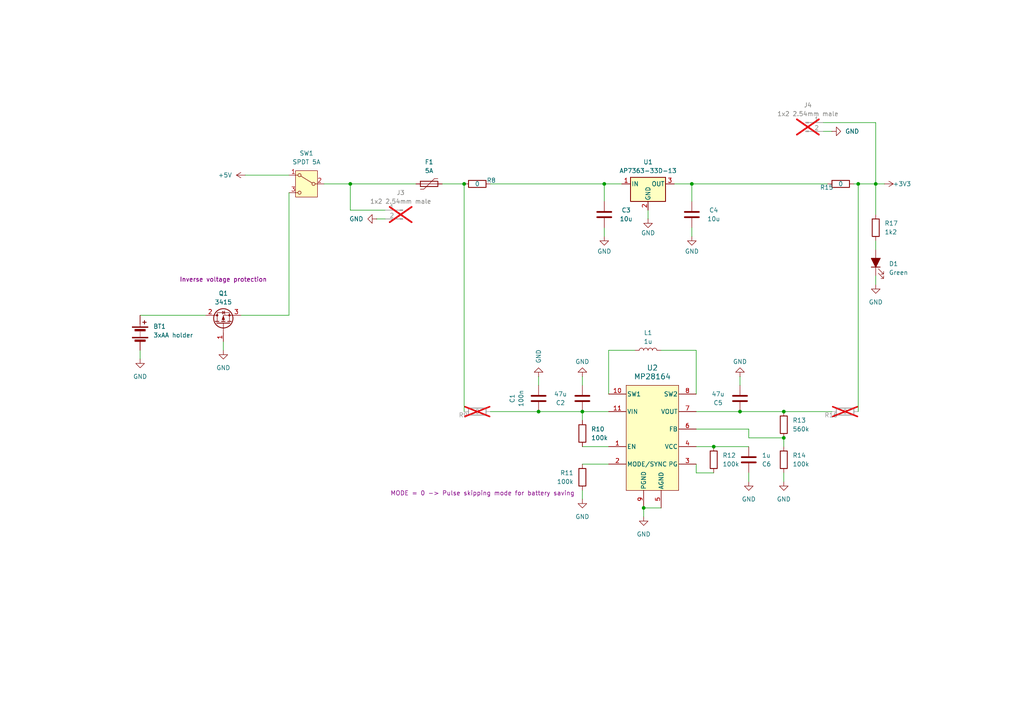
<source format=kicad_sch>
(kicad_sch (version 20231120) (generator "eeschema") (generator_version "8.0")
  (paper "A4")
  (lib_symbols
    (symbol "Connector:Conn_01x02_Pin" (pin_names (offset 1.016) hide)
      (property "Reference" "J" (at 0 2.54 0))
      (property "Value" "Conn_01x02_Pin" (at 0 -5.08 0))
      (symbol "Conn_01x02_Pin_1_1"
        (polyline (pts (xy 1.27 -2.54) (xy 0.8636 -2.54)) (stroke (width 0.1524)))
        (polyline (pts (xy 1.27 0) (xy 0.8636 0)) (stroke (width 0.1524)))
        (rectangle (start 0.8636 -2.413) (end 0 -2.667) (stroke (width 0.1524)) (fill (type outline)))
        (rectangle (start 0.8636 0.127) (end 0 -0.127) (stroke (width 0.1524)) (fill (type outline)))
        (pin passive line (at 5.08 0 180) (length 3.81) (name "Pin_1") (number "1"))
        (pin passive line (at 5.08 -2.54 180) (length 3.81) (name "Pin_2") (number "2"))
      )
    )
    (symbol "Device:Battery" (pin_numbers hide) (pin_names (offset 0) hide)
      (property "Reference" "BT" (at 2.54 2.54 0))
      (property "Value" "Battery" (at 2.54 0 0))
      (symbol "Battery_0_1"
        (rectangle (start -2.286 -1.27) (end 2.286 -1.524) (fill (type outline)))
        (rectangle (start -2.286 1.778) (end 2.286 1.524) (fill (type outline)))
        (rectangle (start -1.524 -2.032) (end 1.524 -2.54) (fill (type outline)))
        (rectangle (start -1.524 1.016) (end 1.524 0.508) (fill (type outline)))
        (polyline (pts (xy 0 -1.016) (xy 0 -0.762)))
        (polyline (pts (xy 0 -0.508) (xy 0 -0.254)))
        (polyline (pts (xy 0 0) (xy 0 0.254)))
        (polyline (pts (xy 0 1.778) (xy 0 2.54)))
        (polyline (pts (xy 0.762 3.048) (xy 1.778 3.048)) (stroke (width 0.254)))
        (polyline (pts (xy 1.27 3.556) (xy 1.27 2.54)) (stroke (width 0.254)))
      )
      (symbol "Battery_1_1"
        (pin passive line (at 0 5.08 270) (length 2.54) (name "+") (number "1"))
        (pin passive line (at 0 -5.08 90) (length 2.54) (name "-") (number "2"))
      )
    )
    (symbol "Device:C" (pin_numbers hide) (pin_names (offset 0.254))
      (property "Reference" "C" (at 0.635 2.54 0))
      (property "Value" "C" (at 0.635 -2.54 0))
      (symbol "C_0_1"
        (polyline (pts (xy -2.032 -0.762) (xy 2.032 -0.762)) (stroke (width 0.508)))
        (polyline (pts (xy -2.032 0.762) (xy 2.032 0.762)) (stroke (width 0.508)))
      )
      (symbol "C_1_1"
        (pin passive line (at 0 3.81 270) (length 2.794) (name "~") (number "1"))
        (pin passive line (at 0 -3.81 90) (length 2.794) (name "~") (number "2"))
      )
    )
    (symbol "Device:L" (pin_numbers hide) (pin_names (offset 1.016) hide)
      (property "Reference" "L" (at -1.27 0 90))
      (property "Value" "L" (at 1.905 0 90))
      (symbol "L_0_1"
        (arc (start 0 -2.54) (mid 0.6323 -1.905) (end 0 -1.27))
        (arc (start 0 -1.27) (mid 0.6323 -0.635) (end 0 0))
        (arc (start 0 0) (mid 0.6323 0.635) (end 0 1.27))
        (arc (start 0 1.27) (mid 0.6323 1.905) (end 0 2.54))
      )
      (symbol "L_1_1"
        (pin passive line (at 0 3.81 270) (length 1.27) (name "1") (number "1"))
        (pin passive line (at 0 -3.81 90) (length 1.27) (name "2") (number "2"))
      )
    )
    (symbol "Device:LED_Filled" (pin_numbers hide) (pin_names (offset 1.016) hide)
      (property "Reference" "D" (at 0 2.54 0))
      (property "Value" "LED_Filled" (at 0 -2.54 0))
      (symbol "LED_Filled_0_1"
        (polyline (pts (xy -1.27 -1.27) (xy -1.27 1.27)) (stroke (width 0.254)))
        (polyline (pts (xy -1.27 0) (xy 1.27 0)))
        (polyline (pts (xy 1.27 -1.27) (xy 1.27 1.27) (xy -1.27 0) (xy 1.27 -1.27)) (stroke (width 0.254)) (fill (type outline)))
        (polyline (pts (xy -3.048 -0.762) (xy -4.572 -2.286) (xy -3.81 -2.286) (xy -4.572 -2.286) (xy -4.572 -1.524)))
        (polyline (pts (xy -1.778 -0.762) (xy -3.302 -2.286) (xy -2.54 -2.286) (xy -3.302 -2.286) (xy -3.302 -1.524)))
      )
      (symbol "LED_Filled_1_1"
        (pin passive line (at -3.81 0 0) (length 2.54) (name "K") (number "1"))
        (pin passive line (at 3.81 0 180) (length 2.54) (name "A") (number "2"))
      )
    )
    (symbol "Device:Polyfuse" (pin_numbers hide) (pin_names (offset 0))
      (property "Reference" "F" (at -2.54 0 90))
      (property "Value" "Polyfuse" (at 2.54 0 90))
      (symbol "Polyfuse_0_1"
        (rectangle (start -0.762 2.54) (end 0.762 -2.54) (stroke (width 0.254)))
        (polyline (pts (xy 0 2.54) (xy 0 -2.54)))
        (polyline (pts (xy -1.524 2.54) (xy -1.524 1.524) (xy 1.524 -1.524) (xy 1.524 -2.54)))
      )
      (symbol "Polyfuse_1_1"
        (pin passive line (at 0 3.81 270) (length 1.27) (name "~") (number "1"))
        (pin passive line (at 0 -3.81 90) (length 1.27) (name "~") (number "2"))
      )
    )
    (symbol "Device:Q_PMOS_GDS" (pin_names (offset 0) hide)
      (property "Reference" "Q" (at 5.08 1.27 0))
      (property "Value" "Q_PMOS_GDS" (at 5.08 -1.27 0))
      (symbol "Q_PMOS_GDS_0_1"
        (polyline (pts (xy 0.254 0) (xy -2.54 0)))
        (polyline (pts (xy 0.254 1.905) (xy 0.254 -1.905)) (stroke (width 0.254)))
        (polyline (pts (xy 0.762 -1.27) (xy 0.762 -2.286)) (stroke (width 0.254)))
        (polyline (pts (xy 0.762 0.508) (xy 0.762 -0.508)) (stroke (width 0.254)))
        (polyline (pts (xy 0.762 2.286) (xy 0.762 1.27)) (stroke (width 0.254)))
        (polyline (pts (xy 2.54 2.54) (xy 2.54 1.778)))
        (polyline (pts (xy 2.54 -2.54) (xy 2.54 0) (xy 0.762 0)))
        (polyline (pts (xy 0.762 1.778) (xy 3.302 1.778) (xy 3.302 -1.778) (xy 0.762 -1.778)))
        (polyline (pts (xy 2.286 0) (xy 1.27 0.381) (xy 1.27 -0.381) (xy 2.286 0)) (fill (type outline)))
        (polyline (pts (xy 2.794 -0.508) (xy 2.921 -0.381) (xy 3.683 -0.381) (xy 3.81 -0.254)))
        (polyline (pts (xy 3.302 -0.381) (xy 2.921 0.254) (xy 3.683 0.254) (xy 3.302 -0.381)))
        (circle (center 1.651 0) (radius 2.794) (stroke (width 0.254)))
        (circle (center 2.54 -1.778) (radius 0.254) (fill (type outline)))
        (circle (center 2.54 1.778) (radius 0.254) (fill (type outline)))
      )
      (symbol "Q_PMOS_GDS_1_1"
        (pin input line (at -5.08 0 0) (length 2.54) (name "G") (number "1"))
        (pin passive line (at 2.54 5.08 270) (length 2.54) (name "D") (number "2"))
        (pin passive line (at 2.54 -5.08 90) (length 2.54) (name "S") (number "3"))
      )
    )
    (symbol "Device:R" (pin_numbers hide) (pin_names (offset 0))
      (property "Reference" "R" (at 2.032 0 90))
      (property "Value" "R" (at 0 0 90))
      (symbol "R_0_1"
        (rectangle (start -1.016 -2.54) (end 1.016 2.54) (stroke (width 0.254)))
      )
      (symbol "R_1_1"
        (pin passive line (at 0 3.81 270) (length 1.27) (name "~") (number "1"))
        (pin passive line (at 0 -3.81 90) (length 1.27) (name "~") (number "2"))
      )
    )
    (symbol "Local:MP28164" (pin_names (offset 0.254))
      (property "Reference" "U" (at 0.508 0.508 0))
      (property "Value" "MP28164" (at 0.508 -2.032 0))
      (symbol "MP28164_0_1"
        (pin unspecified line (at -12.7 -22.86 0) (length 5.08) (name "EN") (number "1"))
        (pin unspecified line (at -12.7 -7.62 0) (length 5.08) (name "SW1") (number "10"))
        (pin power_in line (at -12.7 -12.7 0) (length 5.08) (name "VIN") (number "11"))
        (pin unspecified line (at -12.7 -27.94 0) (length 5.08) (name "MODE/SYNC") (number "2"))
        (pin unspecified line (at 12.7 -27.94 180) (length 5.08) (name "PG") (number "3"))
        (pin power_in line (at 12.7 -22.86 180) (length 5.08) (name "VCC") (number "4"))
        (pin power_in line (at 2.54 -40.64 90) (length 5.08) (name "AGND") (number "5"))
        (pin unspecified line (at 12.7 -17.78 180) (length 5.08) (name "FB") (number "6"))
        (pin power_in line (at 12.7 -12.7 180) (length 5.08) (name "VOUT") (number "7"))
        (pin unspecified line (at 12.7 -7.62 180) (length 5.08) (name "SW2") (number "8"))
        (pin power_in line (at -2.54 -40.64 90) (length 5.08) (name "PGND") (number "9"))
      )
      (symbol "MP28164_1_1"
        (rectangle (start -7.62 -5.08) (end 7.62 -35.56) (fill (type background)))
      )
    )
    (symbol "Regulator_Linear:L7805" (pin_names (offset 0.254))
      (property "Reference" "U" (at -3.81 3.175 0))
      (property "Value" "L7805" (at 0 3.175 0))
      (symbol "L7805_0_1"
        (rectangle (start -5.08 1.905) (end 5.08 -5.08) (stroke (width 0.254)) (fill (type background)))
      )
      (symbol "L7805_1_1"
        (pin power_in line (at -7.62 0 0) (length 2.54) (name "IN") (number "1"))
        (pin power_in line (at 0 -7.62 90) (length 2.54) (name "GND") (number "2"))
        (pin power_out line (at 7.62 0 180) (length 2.54) (name "OUT") (number "3"))
      )
    )
    (symbol "Switch:SW_SPDT" (pin_names (offset 0) hide)
      (property "Reference" "SW" (at 0 5.08 0))
      (property "Value" "SW_SPDT" (at 0 -5.08 0))
      (symbol "SW_SPDT_0_1"
        (circle (center -2.032 0) (radius 0.4572))
        (polyline (pts (xy -1.651 0.254) (xy 1.651 2.286)))
        (circle (center 2.032 -2.54) (radius 0.4572))
        (circle (center 2.032 2.54) (radius 0.4572))
      )
      (symbol "SW_SPDT_1_1"
        (rectangle (start -3.175 3.81) (end 3.175 -3.81) (fill (type background)))
        (pin passive line (at 5.08 2.54 180) (length 2.54) (name "A") (number "1"))
        (pin passive line (at -5.08 0 0) (length 2.54) (name "B") (number "2"))
        (pin passive line (at 5.08 -2.54 180) (length 2.54) (name "C") (number "3"))
      )
    )
    (symbol "power:+3V3" (power) (pin_numbers hide) (pin_names (offset 0) hide)
      (property "Value" "+3V3" (at 0 3.556 0))
      (symbol "+3V3_0_1"
        (polyline (pts (xy -0.762 1.27) (xy 0 2.54)))
        (polyline (pts (xy 0 0) (xy 0 2.54)))
        (polyline (pts (xy 0 2.54) (xy 0.762 1.27)))
      )
      (symbol "+3V3_1_1"
        (pin power_in line (at 0 0 90) (length 0) (name "~") (number "1"))
      )
    )
    (symbol "power:+5V" (power) (pin_numbers hide) (pin_names (offset 0) hide)
      (property "Value" "+5V" (at 0 3.556 0))
      (symbol "+5V_0_1"
        (polyline (pts (xy -0.762 1.27) (xy 0 2.54)))
        (polyline (pts (xy 0 0) (xy 0 2.54)))
        (polyline (pts (xy 0 2.54) (xy 0.762 1.27)))
      )
      (symbol "+5V_1_1"
        (pin power_in line (at 0 0 90) (length 0) (name "~") (number "1"))
      )
    )
    (symbol "power:GND" (power) (pin_numbers hide) (pin_names (offset 0) hide)
      (property "Value" "GND" (at 0 -3.81 0))
      (symbol "GND_0_1"
        (polyline (pts (xy 0 0) (xy 0 -1.27) (xy 1.27 -1.27) (xy 0 -2.54) (xy -1.27 -1.27) (xy 0 -1.27)))
      )
      (symbol "GND_1_1"
        (pin power_in line (at 0 0 270) (length 0) (name "~") (number "1"))
      )
    )
  )
  (junction (at 227.33 127))
  (junction (at 214.63 119.38))
  (junction (at 175.26 53.34))
  (junction (at 168.91 119.38))
  (junction (at 227.33 119.38))
  (junction (at 134.62 53.34))
  (junction (at 207.01 129.54))
  (junction (at 156.21 119.38))
  (junction (at 254 53.34))
  (junction (at 186.69 147.32))
  (junction (at 200.66 53.34))
  (junction (at 248.92 53.34))
  (junction (at 101.6 53.34))
  (wire (pts (xy 200.66 53.34) (xy 240.03 53.34)))
  (wire (pts (xy 142.24 119.38) (xy 156.21 119.38)))
  (wire (pts (xy 247.65 53.34) (xy 248.92 53.34)))
  (wire (pts (xy 217.17 127) (xy 217.17 124.46)))
  (wire (pts (xy 214.63 119.38) (xy 227.33 119.38)))
  (wire (pts (xy 83.82 91.44) (xy 83.82 55.88)))
  (wire (pts (xy 214.63 109.22) (xy 214.63 111.76)))
  (wire (pts (xy 168.91 134.62) (xy 176.53 134.62)))
  (wire (pts (xy 201.93 129.54) (xy 207.01 129.54)))
  (wire (pts (xy 186.69 147.32) (xy 186.69 149.86)))
  (wire (pts (xy 175.26 53.34) (xy 180.34 53.34)))
  (wire (pts (xy 200.66 68.58) (xy 200.66 66.04)))
  (wire (pts (xy 101.6 53.34) (xy 120.65 53.34)))
  (wire (pts (xy 187.96 63.5) (xy 187.96 60.96)))
  (wire (pts (xy 64.77 99.06) (xy 64.77 101.6)))
  (wire (pts (xy 195.58 53.34) (xy 200.66 53.34)))
  (wire (pts (xy 201.93 137.16) (xy 207.01 137.16)))
  (wire (pts (xy 40.64 91.44) (xy 59.69 91.44)))
  (wire (pts (xy 254 80.01) (xy 254 82.55)))
  (wire (pts (xy 254 53.34) (xy 254 62.23)))
  (wire (pts (xy 93.98 53.34) (xy 101.6 53.34)))
  (wire (pts (xy 227.33 137.16) (xy 227.33 139.7)))
  (wire (pts (xy 134.62 53.34) (xy 134.62 119.38)))
  (wire (pts (xy 142.24 53.34) (xy 175.26 53.34)))
  (wire (pts (xy 40.64 101.6) (xy 40.64 104.14)))
  (wire (pts (xy 156.21 109.22) (xy 156.21 111.76)))
  (wire (pts (xy 71.12 50.8) (xy 83.82 50.8)))
  (wire (pts (xy 256.54 53.34) (xy 254 53.34)))
  (wire (pts (xy 184.15 101.6) (xy 176.53 101.6)))
  (wire (pts (xy 254 35.56) (xy 254 53.34)))
  (wire (pts (xy 201.93 101.6) (xy 201.93 114.3)))
  (wire (pts (xy 191.77 101.6) (xy 201.93 101.6)))
  (wire (pts (xy 201.93 119.38) (xy 214.63 119.38)))
  (wire (pts (xy 201.93 134.62) (xy 201.93 137.16)))
  (wire (pts (xy 227.33 119.38) (xy 241.3 119.38)))
  (wire (pts (xy 175.26 68.58) (xy 175.26 66.04)))
  (wire (pts (xy 168.91 119.38) (xy 168.91 121.92)))
  (wire (pts (xy 156.21 119.38) (xy 168.91 119.38)))
  (wire (pts (xy 168.91 119.38) (xy 176.53 119.38)))
  (wire (pts (xy 168.91 129.54) (xy 176.53 129.54)))
  (wire (pts (xy 238.76 35.56) (xy 254 35.56)))
  (wire (pts (xy 168.91 142.24) (xy 168.91 144.78)))
  (wire (pts (xy 241.3 38.1) (xy 238.76 38.1)))
  (wire (pts (xy 248.92 53.34) (xy 248.92 119.38)))
  (wire (pts (xy 111.76 60.96) (xy 101.6 60.96)))
  (wire (pts (xy 128.27 53.34) (xy 134.62 53.34)))
  (wire (pts (xy 101.6 60.96) (xy 101.6 53.34)))
  (wire (pts (xy 175.26 58.42) (xy 175.26 53.34)))
  (wire (pts (xy 168.91 109.22) (xy 168.91 111.76)))
  (wire (pts (xy 227.33 127) (xy 227.33 129.54)))
  (wire (pts (xy 207.01 129.54) (xy 217.17 129.54)))
  (wire (pts (xy 254 69.85) (xy 254 72.39)))
  (wire (pts (xy 176.53 101.6) (xy 176.53 114.3)))
  (wire (pts (xy 109.22 63.5) (xy 111.76 63.5)))
  (wire (pts (xy 227.33 127) (xy 217.17 127)))
  (wire (pts (xy 186.69 147.32) (xy 191.77 147.32)))
  (wire (pts (xy 254 53.34) (xy 248.92 53.34)))
  (wire (pts (xy 200.66 58.42) (xy 200.66 53.34)))
  (wire (pts (xy 217.17 137.16) (xy 217.17 139.7)))
  (wire (pts (xy 217.17 124.46) (xy 201.93 124.46)))
  (wire (pts (xy 69.85 91.44) (xy 83.82 91.44)))
  (symbol (lib_id "power:GND") (at 200.66 68.58 0) (mirror y) (unit 1)
    (property "Reference" "#PWR019" (effects (hide yes)))
    (property "Value" "GND" (at 198.628 72.898 0) (effects (justify right)))
    (property "Description" "Power symbol creates a global label with name \"GND\" , ground" (effects (hide yes)))
  )
  (symbol (lib_id "Device:R") (at 168.91 138.43 0) (mirror y) (unit 1)
    (property "Reference" "R11" (at 166.37 137.1599 0) (effects (justify left)))
    (property "Value" "100k" (at 166.37 139.6999 0) (effects (justify left)))
    (property "Footprint" "Resistor_SMD:R_0805_2012Metric" (effects (hide yes)))
    (property "Description" "Resistor" (effects (hide yes)))
    (property "Comment" "MODE = 0 -> Pulse skipping mode for battery saving" (at 139.954 143.002 0))
    (property "JLCPCB Part #" "C96346" (effects (hide yes)))
    (property "MFR.Part #" "RC0805FR-07100KL" (effects (hide yes)))
  )
  (symbol (lib_id "power:GND") (at 217.17 139.7 0) (unit 1)
    (property "Reference" "#PWR021" (effects (hide yes)))
    (property "Value" "GND" (at 217.17 144.78 0))
    (property "Description" "Power symbol creates a global label with name \"GND\" , ground" (effects (hide yes)))
  )
  (symbol (lib_id "power:GND") (at 168.91 109.22 0) (mirror x) (unit 1)
    (property "Reference" "#PWR014" (effects (hide yes)))
    (property "Value" "GND" (at 170.942 104.902 0) (effects (justify right)))
    (property "Description" "Power symbol creates a global label with name \"GND\" , ground" (effects (hide yes)))
  )
  (symbol (lib_id "Device:R") (at 138.43 119.38 270) (unit 1) (dnp yes)
    (property "Reference" "R9" (at 134.366 120.396 90))
    (property "Value" "0" (at 138.43 119.38 90))
    (property "Footprint" "Resistor_SMD:R_0805_2012Metric" (effects (hide yes)))
    (property "Description" "Resistor" (effects (hide yes)))
    (property "JLCPCB Part #" "C17477" (effects (hide yes)))
    (property "MFR.Part #" "0805W8F0000T5E" (effects (hide yes)))
  )
  (symbol (lib_id "Device:C") (at 200.66 62.23 0) (mirror x) (unit 1)
    (property "Reference" "C4" (at 207.01 60.96 0))
    (property "Value" "10u" (at 207.01 63.5 0))
    (property "Footprint" "Capacitor_SMD:C_0805_2012Metric" (effects (hide yes)))
    (property "Description" "Unpolarized capacitor" (effects (hide yes)))
    (property "JLCPCB Part #" "C15850" (effects (hide yes)))
    (property "MFR.Part #" "CL21A106KAYNNNE" (effects (hide yes)))
  )
  (symbol (lib_id "power:+5V") (at 71.12 50.8 90) (unit 1)
    (property "Reference" "#PWR011" (effects (hide yes)))
    (property "Value" "+5V" (at 67.31 50.7999 90) (effects (justify left)))
    (property "Description" "Power symbol creates a global label with name \"+5V\"" (effects (hide yes)))
  )
  (symbol (lib_id "Device:R") (at 227.33 133.35 0) (unit 1)
    (property "Reference" "R14" (at 229.87 132.0799 0) (effects (justify left)))
    (property "Value" "100k" (at 229.87 134.6199 0) (effects (justify left)))
    (property "Footprint" "Resistor_SMD:R_0805_2012Metric" (effects (hide yes)))
    (property "Description" "Resistor" (effects (hide yes)))
    (property "JLCPCB Part #" "C96346" (effects (hide yes)))
    (property "MFR.Part #" "RC0805FR-07100KL" (effects (hide yes)))
  )
  (symbol (lib_id "Device:Q_PMOS_GDS") (at 64.77 93.98 90) (unit 1)
    (property "Reference" "Q1" (at 64.77 85.09 90))
    (property "Value" "3415" (at 64.77 87.63 90))
    (property "Footprint" "Package_TO_SOT_SMD:SOT-23" (effects (hide yes)))
    (property "Description" "P-MOSFET transistor, gate/drain/source" (effects (hide yes)))
    (property "JLCPCB Part #" "C7431444" (effects (hide yes)))
    (property "MFR.Part #" "3415" (effects (hide yes)))
    (property "Comment" "Inverse voltage protection" (at 64.77 81.026 90))
  )
  (symbol (lib_id "Device:C") (at 214.63 115.57 0) (mirror y) (unit 1)
    (property "Reference" "C5" (at 208.28 116.84 0))
    (property "Value" "47u" (at 208.28 114.3 0))
    (property "Footprint" "Capacitor_SMD:C_0805_2012Metric" (effects (hide yes)))
    (property "Description" "Unpolarized capacitor" (effects (hide yes)))
    (property "JLCPCB Part #" "C16780" (effects (hide yes)))
    (property "MFR.Part #" "CL21A476MQYNNNE" (effects (hide yes)))
  )
  (symbol (lib_id "Device:Battery") (at 40.64 96.52 0) (unit 1)
    (property "Reference" "BT1" (at 44.45 94.6784 0) (effects (justify left)))
    (property "Value" "3xAA holder" (at 44.45 97.2184 0) (effects (justify left)))
    (property "Footprint" "Local:BAT-TH_BH-AA-A1AJ029" (effects (hide yes)))
    (property "Description" "Multiple-cell battery" (effects (hide yes)))
    (property "JLCPCB Part #" "C7525429" (effects (hide yes)))
    (property "MFR.Part #" "BH-AA-A1AJ029" (effects (hide yes)))
  )
  (symbol (lib_id "Device:R") (at 138.43 53.34 90) (unit 1)
    (property "Reference" "R8" (at 142.494 52.324 90))
    (property "Value" "0" (at 138.43 53.34 90))
    (property "Footprint" "Resistor_SMD:R_0805_2012Metric" (effects (hide yes)))
    (property "Description" "Resistor" (effects (hide yes)))
    (property "JLCPCB Part #" "C17477" (effects (hide yes)))
    (property "MFR.Part #" "0805W8F0000T5E" (effects (hide yes)))
  )
  (symbol (lib_id "Device:C") (at 175.26 62.23 0) (mirror x) (unit 1)
    (property "Reference" "C3" (at 181.61 60.96 0))
    (property "Value" "10u" (at 181.61 63.5 0))
    (property "Footprint" "Capacitor_SMD:C_0805_2012Metric" (effects (hide yes)))
    (property "Description" "Unpolarized capacitor" (effects (hide yes)))
    (property "JLCPCB Part #" "C15850" (effects (hide yes)))
    (property "MFR.Part #" "CL21A106KAYNNNE" (effects (hide yes)))
  )
  (symbol (lib_id "Regulator_Linear:L7805") (at 187.96 53.34 0) (unit 1)
    (property "Reference" "U1" (at 187.96 46.99 0))
    (property "Value" "AP7363-33D-13" (at 187.96 49.53 0))
    (property "Footprint" "Local:DPAK-3_L6.6-W6.1-P2.28-LS9.9-BR" (effects (hide yes)))
    (property "JLCPCB Part #" "C108723" (effects (hide yes)))
    (property "MFR.Part #" "AP7363-33D-13" (effects (hide yes)))
  )
  (symbol (lib_id "Device:R") (at 245.11 119.38 270) (unit 1) (dnp yes)
    (property "Reference" "R16" (at 241.046 120.396 90))
    (property "Value" "0" (at 245.11 119.38 90))
    (property "Footprint" "Resistor_SMD:R_0805_2012Metric" (effects (hide yes)))
    (property "Description" "Resistor" (effects (hide yes)))
    (property "JLCPCB Part #" "C17477" (effects (hide yes)))
    (property "MFR.Part #" "0805W8F0000T5E" (effects (hide yes)))
  )
  (symbol (lib_id "power:GND") (at 187.96 63.5 0) (mirror y) (unit 1)
    (property "Reference" "#PWR018" (effects (hide yes)))
    (property "Value" "GND" (at 185.928 67.564 0) (effects (justify right)))
    (property "Description" "Power symbol creates a global label with name \"GND\" , ground" (effects (hide yes)))
  )
  (symbol (lib_id "Device:R") (at 254 66.04 0) (unit 1)
    (property "Reference" "R17" (at 256.54 64.7699 0) (effects (justify left)))
    (property "Value" "1k2" (at 256.54 67.3099 0) (effects (justify left)))
    (property "Footprint" "Resistor_SMD:R_0805_2012Metric" (effects (hide yes)))
    (property "Description" "Resistor" (effects (hide yes)))
    (property "JLCPCB Part #" "C17379" (effects (hide yes)))
    (property "MFR.Part #" "0805W8F1201T5E" (effects (hide yes)))
  )
  (symbol (lib_id "power:GND") (at 40.64 104.14 0) (unit 1)
    (property "Reference" "#PWR09" (effects (hide yes)))
    (property "Value" "GND" (at 40.64 109.22 0))
    (property "Description" "Power symbol creates a global label with name \"GND\" , ground" (effects (hide yes)))
  )
  (symbol (lib_id "Device:R") (at 168.91 125.73 0) (unit 1)
    (property "Reference" "R10" (at 171.45 124.4599 0) (effects (justify left)))
    (property "Value" "100k" (at 171.45 126.9999 0) (effects (justify left)))
    (property "Footprint" "Resistor_SMD:R_0805_2012Metric" (effects (hide yes)))
    (property "Description" "Resistor" (effects (hide yes)))
    (property "JLCPCB Part #" "C96346" (effects (hide yes)))
    (property "MFR.Part #" "RC0805FR-07100KL" (effects (hide yes)))
  )
  (symbol (lib_id "Switch:SW_SPDT") (at 88.9 53.34 0) (mirror y) (unit 1)
    (property "Reference" "SW1" (at 88.9 44.45 0))
    (property "Value" "SPDT 5A" (at 88.9 46.99 0))
    (property "Footprint" "Local:SW-TH_K3-1391B-51" (effects (hide yes)))
    (property "Description" "Switch, single pole double throw" (effects (hide yes)))
    (property "JLCPCB Part #" "C92656" (effects (hide yes)))
    (property "MFR.Part #" "K3-1391B-51" (effects (hide yes)))
  )
  (symbol (lib_id "Device:R") (at 243.84 53.34 270) (unit 1)
    (property "Reference" "R15" (at 239.776 54.356 90))
    (property "Value" "0" (at 243.84 53.34 90))
    (property "Footprint" "Resistor_SMD:R_0805_2012Metric" (effects (hide yes)))
    (property "Description" "Resistor" (effects (hide yes)))
    (property "JLCPCB Part #" "C17477" (effects (hide yes)))
    (property "MFR.Part #" "0805W8F0000T5E" (effects (hide yes)))
  )
  (symbol (lib_id "Connector:Conn_01x02_Pin") (at 116.84 60.96 0) (mirror y) (unit 1) (dnp yes)
    (property "Reference" "J3" (at 116.205 55.88 0))
    (property "Value" "1x2 2.54mm male" (at 116.205 58.42 0))
    (property "Footprint" "Connector_PinHeader_2.54mm:PinHeader_1x02_P2.54mm_Vertical" (effects (hide yes)))
    (property "Description" "Generic connector, single row, 01x02, script generated" (effects (hide yes)))
  )
  (symbol (lib_id "power:GND") (at 227.33 139.7 0) (unit 1)
    (property "Reference" "#PWR022" (effects (hide yes)))
    (property "Value" "GND" (at 227.33 144.78 0))
    (property "Description" "Power symbol creates a global label with name \"GND\" , ground" (effects (hide yes)))
  )
  (symbol (lib_id "power:GND") (at 175.26 68.58 0) (mirror y) (unit 1)
    (property "Reference" "#PWR016" (effects (hide yes)))
    (property "Value" "GND" (at 173.228 72.898 0) (effects (justify right)))
    (property "Description" "Power symbol creates a global label with name \"GND\" , ground" (effects (hide yes)))
  )
  (symbol (lib_id "power:+3V3") (at 256.54 53.34 270) (mirror x) (unit 1)
    (property "Reference" "#PWR025" (effects (hide yes)))
    (property "Value" "+3V3" (at 261.62 53.34 90))
    (property "Description" "Power symbol creates a global label with name \"+3V3\"" (effects (hide yes)))
  )
  (symbol (lib_id "Device:C") (at 217.17 133.35 0) (mirror x) (unit 1)
    (property "Reference" "C6" (at 220.98 134.6201 0) (effects (justify left)))
    (property "Value" "1u" (at 220.98 132.0801 0) (effects (justify left)))
    (property "Footprint" "Capacitor_SMD:C_0805_2012Metric" (effects (hide yes)))
    (property "Description" "Unpolarized capacitor" (effects (hide yes)))
    (property "JLCPCB Part #" "C24123" (effects (hide yes)))
    (property "MFR.Part #" "CL21B105KOFNNNE" (effects (hide yes)))
  )
  (symbol (lib_id "power:GND") (at 186.69 149.86 0) (unit 1)
    (property "Reference" "#PWR017" (effects (hide yes)))
    (property "Value" "GND" (at 186.69 154.94 0))
    (property "Description" "Power symbol creates a global label with name \"GND\" , ground" (effects (hide yes)))
  )
  (symbol (lib_id "Device:L") (at 187.96 101.6 90) (unit 1)
    (property "Reference" "L1" (at 187.96 96.52 90))
    (property "Value" "1u" (at 187.96 99.06 90))
    (property "Footprint" "Inductor_SMD:L_0805_2012Metric" (effects (hide yes)))
    (property "Description" "Inductor" (effects (hide yes)))
    (property "JLCPCB Part #" "C98325" (effects (hide yes)))
    (property "MFR.Part #" "MCL2012S1R0MT" (effects (hide yes)))
  )
  (symbol (lib_id "Device:C") (at 168.91 115.57 0) (mirror y) (unit 1)
    (property "Reference" "C2" (at 162.56 116.84 0))
    (property "Value" "47u" (at 162.56 114.3 0))
    (property "Footprint" "Capacitor_SMD:C_0805_2012Metric" (effects (hide yes)))
    (property "Description" "Unpolarized capacitor" (effects (hide yes)))
    (property "JLCPCB Part #" "C16780" (effects (hide yes)))
    (property "MFR.Part #" "CL21A476MQYNNNE" (effects (hide yes)))
  )
  (symbol (lib_id "power:GND") (at 109.22 63.5 270) (unit 1)
    (property "Reference" "#PWR012" (effects (hide yes)))
    (property "Value" "GND" (at 105.41 63.4999 90) (effects (justify right)))
    (property "Description" "Power symbol creates a global label with name \"GND\" , ground" (effects (hide yes)))
  )
  (symbol (lib_id "Device:R") (at 227.33 123.19 0) (unit 1)
    (property "Reference" "R13" (at 229.87 121.9199 0) (effects (justify left)))
    (property "Value" "560k" (at 229.87 124.4599 0) (effects (justify left)))
    (property "Footprint" "Resistor_SMD:R_0805_2012Metric" (effects (hide yes)))
    (property "Description" "Resistor" (effects (hide yes)))
    (property "JLCPCB Part #" "C15785" (effects (hide yes)))
    (property "MFR.Part #" "0805W8F5603T5E" (effects (hide yes)))
  )
  (symbol (lib_id "power:GND") (at 156.21 109.22 0) (mirror x) (unit 1)
    (property "Reference" "#PWR013" (effects (hide yes)))
    (property "Value" "GND" (at 156.2099 105.41 90) (effects (justify right)))
    (property "Description" "Power symbol creates a global label with name \"GND\" , ground" (effects (hide yes)))
  )
  (symbol (lib_id "Device:R") (at 207.01 133.35 0) (unit 1)
    (property "Reference" "R12" (at 209.55 132.0799 0) (effects (justify left)))
    (property "Value" "100k" (at 209.55 134.6199 0) (effects (justify left)))
    (property "Footprint" "Resistor_SMD:R_0805_2012Metric" (effects (hide yes)))
    (property "Description" "Resistor" (effects (hide yes)))
    (property "JLCPCB Part #" "C96346" (effects (hide yes)))
    (property "MFR.Part #" "RC0805FR-07100KL" (effects (hide yes)))
  )
  (symbol (lib_id "power:GND") (at 168.91 144.78 0) (unit 1)
    (property "Reference" "#PWR015" (effects (hide yes)))
    (property "Value" "GND" (at 168.91 149.86 0))
    (property "Description" "Power symbol creates a global label with name \"GND\" , ground" (effects (hide yes)))
  )
  (symbol (lib_id "Device:C") (at 156.21 115.57 0) (mirror y) (unit 1)
    (property "Reference" "C1" (at 148.59 115.57 90))
    (property "Value" "100n" (at 151.13 115.57 90))
    (property "Footprint" "Capacitor_SMD:C_0805_2012Metric" (effects (hide yes)))
    (property "Description" "Unpolarized capacitor" (effects (hide yes)))
    (property "JLCPCB Part #" "C29926" (effects (hide yes)))
    (property "MFR.Part #" "0805B104J500NT" (effects (hide yes)))
  )
  (symbol (lib_id "power:GND") (at 214.63 109.22 0) (mirror x) (unit 1)
    (property "Reference" "#PWR020" (effects (hide yes)))
    (property "Value" "GND" (at 216.662 104.902 0) (effects (justify right)))
    (property "Description" "Power symbol creates a global label with name \"GND\" , ground" (effects (hide yes)))
  )
  (symbol (lib_id "Connector:Conn_01x02_Pin") (at 233.68 35.56 0) (unit 1) (dnp yes)
    (property "Reference" "J4" (at 234.315 30.48 0))
    (property "Value" "1x2 2.54mm male" (at 234.315 33.02 0))
    (property "Footprint" "Connector_PinHeader_2.54mm:PinHeader_1x02_P2.54mm_Vertical" (effects (hide yes)))
    (property "Description" "Generic connector, single row, 01x02, script generated" (effects (hide yes)))
  )
  (symbol (lib_id "Local:MP28164") (at 189.23 106.68 0) (unit 1)
    (property "Reference" "U2" (at 189.23 106.68 0) (effects (font (size 1.524 1.524))))
    (property "Value" "MP28164" (at 189.23 109.22 0) (effects (font (size 1.524 1.524))))
    (property "Footprint" "Local:QFN-11_MP28164_MNP" (effects (hide yes)))
    (property "Datasheet" "https://www.monolithicpower.com/en/documentview/productdocument/index/version/2/document_type/datasheet/lang/en/sku/MP28164GD-Z/document_id/1764" (effects (hide yes)))
    (property "JLCPCB Part #" "C114134" (effects (hide yes)))
    (property "MFR.Part #" "MP28164GD-Z" (effects (hide yes)))
  )
  (symbol (lib_id "Device:LED_Filled") (at 254 76.2 90) (unit 1)
    (property "Reference" "D1" (at 257.81 76.5174 90) (effects (justify right)))
    (property "Value" "Green" (at 257.81 79.0574 90) (effects (justify right)))
    (property "Footprint" "LED_SMD:LED_0805_2012Metric_Pad1.15x1.40mm_HandSolder" (effects (hide yes)))
    (property "Description" "Light emitting diode, filled shape" (effects (hide yes)))
    (property "Distributor" "TME" (effects (hide yes)))
    (property "OC" "OF-SMD2012G" (effects (hide yes)))
    (property "JLCPCB Part #" "C5875740" (effects (hide yes)))
    (property "MFR.Part #" "APT2012CGCK" (effects (hide yes)))
  )
  (symbol (lib_id "power:GND") (at 64.77 101.6 0) (unit 1)
    (property "Reference" "#PWR010" (effects (hide yes)))
    (property "Value" "GND" (at 64.77 106.68 0))
    (property "Description" "Power symbol creates a global label with name \"GND\" , ground" (effects (hide yes)))
  )
  (symbol (lib_id "Device:Polyfuse") (at 124.46 53.34 90) (unit 1)
    (property "Reference" "F1" (at 124.46 46.99 90))
    (property "Value" "5A" (at 124.46 49.53 90))
    (property "Footprint" "Fuse:Fuse_2920_7451Metric" (effects (hide yes)))
    (property "Description" "Resettable fuse, polymeric positive temperature coefficient" (effects (hide yes)))
    (property "JLCPCB Part #" "C2937112" (effects (hide yes)))
    (property "MFR.Part #" "SMD250L-30V" (effects (hide yes)))
  )
  (symbol (lib_id "power:GND") (at 241.3 38.1 90) (mirror x) (unit 1)
    (property "Reference" "#PWR023" (effects (hide yes)))
    (property "Value" "GND" (at 245.11 38.0999 90) (effects (justify right)))
    (property "Description" "Power symbol creates a global label with name \"GND\" , ground" (effects (hide yes)))
  )
  (symbol (lib_id "power:GND") (at 254 82.55 0) (unit 1)
    (property "Reference" "#PWR024" (effects (hide yes)))
    (property "Value" "GND" (at 254 87.63 0))
    (property "Description" "Power symbol creates a global label with name \"GND\" , ground" (effects (hide yes)))
  )
)
</source>
